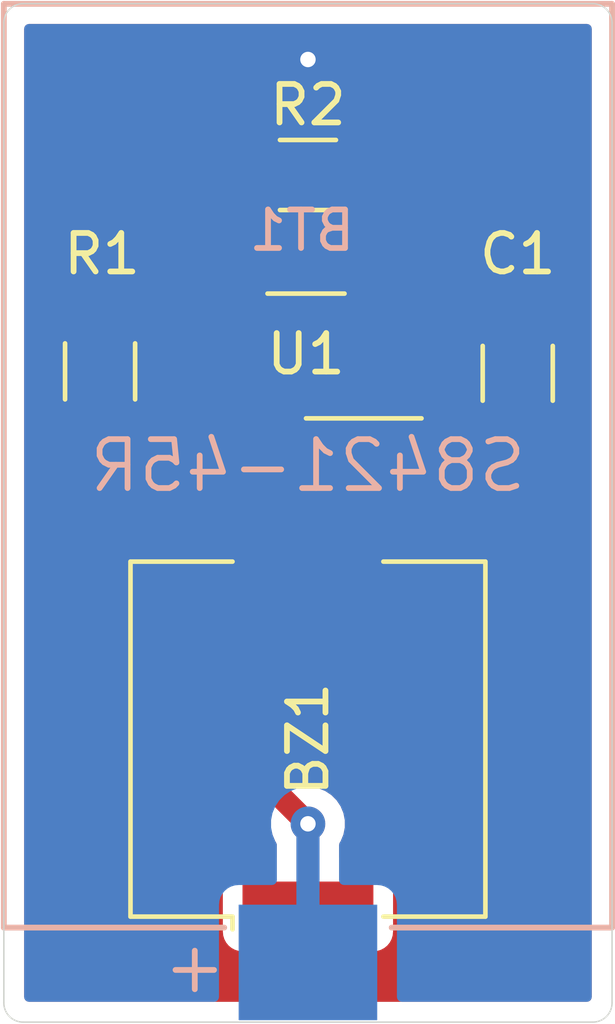
<source format=kicad_pcb>
(kicad_pcb (version 20171130) (host pcbnew 5.1.9)

  (general
    (thickness 1.6)
    (drawings 8)
    (tracks 35)
    (zones 0)
    (modules 6)
    (nets 6)
  )

  (page A4)
  (layers
    (0 F.Cu signal)
    (31 B.Cu signal)
    (32 B.Adhes user)
    (33 F.Adhes user)
    (34 B.Paste user)
    (35 F.Paste user)
    (36 B.SilkS user)
    (37 F.SilkS user)
    (38 B.Mask user)
    (39 F.Mask user)
    (40 Dwgs.User user)
    (41 Cmts.User user)
    (42 Eco1.User user)
    (43 Eco2.User user)
    (44 Edge.Cuts user)
    (45 Margin user)
    (46 B.CrtYd user)
    (47 F.CrtYd user)
    (48 B.Fab user)
    (49 F.Fab user)
  )

  (setup
    (last_trace_width 0.127)
    (user_trace_width 0.15)
    (user_trace_width 0.2)
    (user_trace_width 0.4)
    (user_trace_width 0.6)
    (trace_clearance 0.127)
    (zone_clearance 0.508)
    (zone_45_only no)
    (trace_min 0.127)
    (via_size 0.6)
    (via_drill 0.3)
    (via_min_size 0.6)
    (via_min_drill 0.3)
    (user_via 0.6 0.3)
    (user_via 0.9 0.4)
    (uvia_size 0.6858)
    (uvia_drill 0.3302)
    (uvias_allowed no)
    (uvia_min_size 0.2)
    (uvia_min_drill 0.1)
    (edge_width 0.0381)
    (segment_width 0.254)
    (pcb_text_width 0.3048)
    (pcb_text_size 1.524 1.524)
    (mod_edge_width 0.1524)
    (mod_text_size 0.8128 0.8128)
    (mod_text_width 0.1524)
    (pad_size 1.524 1.524)
    (pad_drill 0.762)
    (pad_to_mask_clearance 0)
    (solder_mask_min_width 0.12)
    (aux_axis_origin 0 0)
    (visible_elements FFFFFF7F)
    (pcbplotparams
      (layerselection 0x010fc_ffffffff)
      (usegerberextensions false)
      (usegerberattributes true)
      (usegerberadvancedattributes true)
      (creategerberjobfile true)
      (excludeedgelayer true)
      (linewidth 0.100000)
      (plotframeref false)
      (viasonmask false)
      (mode 1)
      (useauxorigin false)
      (hpglpennumber 1)
      (hpglpenspeed 20)
      (hpglpendiameter 15.000000)
      (psnegative false)
      (psa4output false)
      (plotreference true)
      (plotvalue true)
      (plotinvisibletext false)
      (padsonsilk false)
      (subtractmaskfromsilk false)
      (outputformat 1)
      (mirror false)
      (drillshape 1)
      (scaleselection 1)
      (outputdirectory ""))
  )

  (net 0 "")
  (net 1 GND)
  (net 2 "Net-(BZ1-Pad2)")
  (net 3 "Net-(C1-Pad1)")
  (net 4 "Net-(R1-Pad2)")
  (net 5 /VCC)

  (net_class Default "This is the default net class."
    (clearance 0.127)
    (trace_width 0.127)
    (via_dia 0.6)
    (via_drill 0.3)
    (uvia_dia 0.6858)
    (uvia_drill 0.3302)
    (diff_pair_width 0.1524)
    (diff_pair_gap 0.254)
    (add_net /VCC)
    (add_net GND)
    (add_net "Net-(BZ1-Pad2)")
    (add_net "Net-(C1-Pad1)")
    (add_net "Net-(R1-Pad2)")
    (add_net "Net-(U1-Pad5)")
  )

  (module BatteryHolder:BatteryHolder (layer B.Cu) (tedit 606378F7) (tstamp 60614F5D)
    (at 144 71.85 180)
    (path /60612813)
    (fp_text reference BT1 (at -1.3 6.11) (layer B.SilkS)
      (effects (font (size 1 1) (thickness 0.15)) (justify left mirror))
    )
    (fp_text value S8421-45R (at 0 0) (layer B.SilkS)
      (effects (font (size 1.27 1.27) (thickness 0.15)) (justify mirror))
    )
    (fp_line (start -7.9 -11.995) (end -7.9 11.995) (layer B.Fab) (width 0.15))
    (fp_line (start -7.9 11.995) (end 7.9 11.995) (layer B.Fab) (width 0.15))
    (fp_line (start 7.9 11.995) (end 7.9 -11.995) (layer B.Fab) (width 0.15))
    (fp_line (start 7.9 -11.995) (end -7.9 -11.995) (layer B.Fab) (width 0.15))
    (fp_line (start -7.9 11.995) (end 7.9 11.995) (layer B.SilkS) (width 0.15))
    (fp_line (start 7.9 -11.995) (end 7.9 11.995) (layer B.SilkS) (width 0.15))
    (fp_line (start -7.9 -11.995) (end -2.175 -11.995) (layer B.SilkS) (width 0.15))
    (fp_line (start 2.175 -11.995) (end 7.9 -11.995) (layer B.SilkS) (width 0.15))
    (fp_line (start -7.9 -11.995) (end -7.9 11.995) (layer B.SilkS) (width 0.15))
    (fp_line (start 7.925 12.02) (end 7.925 12.02) (layer B.CrtYd) (width 0.15))
    (fp_line (start 7.925 12.02) (end -7.925 12.02) (layer B.CrtYd) (width 0.15))
    (fp_line (start -7.925 12.02) (end -7.925 -14.425) (layer B.CrtYd) (width 0.15))
    (fp_line (start -7.925 -14.425) (end 7.925 -14.425) (layer B.CrtYd) (width 0.15))
    (fp_line (start 7.925 -14.425) (end 7.925 12.02) (layer B.CrtYd) (width 0.15))
    (fp_line (start 2.44 -13.095) (end 3.44 -13.095) (layer B.SilkS) (width 0.15))
    (fp_line (start 2.94 -12.595) (end 2.94 -13.595) (layer B.SilkS) (width 0.15))
    (pad 2 smd rect (at 0 -12.9 180) (size 3.6 3) (layers B.Cu B.Paste B.Mask)
      (net 5 /VCC))
    (pad 1 smd rect (at 0 8.5 180) (size 2.6 3) (layers B.Cu B.Paste B.Mask)
      (net 1 GND))
    (model eec.models/Harwin_-_S8421-45R.step
      (offset (xyz 0 15.23999977111816 0))
      (scale (xyz 1 1 1))
      (rotate (xyz 0 0 0))
    )
    (model ${KIPRJMOD}/CustomLibs/BatteryHolder/BatteryHolder.models/BatteryHolder.step
      (at (xyz 0 0 0))
      (scale (xyz 1 1 1))
      (rotate (xyz 0 0 0))
    )
  )

  (module Package_SO:VSSOP-8_3.0x3.0mm_P0.65mm (layer F.Cu) (tedit 5A02F25C) (tstamp 60614F1A)
    (at 143.95 69 180)
    (descr "VSSOP-8 3.0 x 3.0, http://www.ti.com/lit/ds/symlink/lm75b.pdf")
    (tags "VSSOP-8 3.0 x 3.0")
    (path /6060ECE1)
    (attr smd)
    (fp_text reference U1 (at 0 0.05) (layer F.SilkS)
      (effects (font (size 1 1) (thickness 0.15)))
    )
    (fp_text value TLC555xPS (at 0.02 2.73) (layer F.Fab) hide
      (effects (font (size 1 1) (thickness 0.15)))
    )
    (fp_line (start 1.5 -1.5) (end 1.5 1.5) (layer F.Fab) (width 0.1))
    (fp_line (start 1.5 1.5) (end -1.5 1.5) (layer F.Fab) (width 0.1))
    (fp_line (start -1.5 1.5) (end -1.5 -0.5) (layer F.Fab) (width 0.1))
    (fp_line (start -0.5 -1.5) (end 1.5 -1.5) (layer F.Fab) (width 0.1))
    (fp_line (start -0.5 -1.5) (end -1.5 -0.5) (layer F.Fab) (width 0.1))
    (fp_line (start 0 -1.62) (end -3 -1.62) (layer F.SilkS) (width 0.12))
    (fp_line (start 1 1.62) (end -1 1.62) (layer F.SilkS) (width 0.12))
    (fp_line (start 3.48 -1.75) (end 3.48 1.75) (layer F.CrtYd) (width 0.05))
    (fp_line (start 3.48 1.75) (end -3.48 1.75) (layer F.CrtYd) (width 0.05))
    (fp_line (start -3.48 1.75) (end -3.48 -1.75) (layer F.CrtYd) (width 0.05))
    (fp_line (start -3.48 -1.75) (end 3.48 -1.75) (layer F.CrtYd) (width 0.05))
    (fp_text user %R (at 0 0) (layer F.Fab)
      (effects (font (size 0.5 0.5) (thickness 0.1)))
    )
    (pad 8 smd rect (at 2.2 -0.975 90) (size 0.45 1.45) (layers F.Cu F.Paste F.Mask)
      (net 5 /VCC))
    (pad 7 smd rect (at 2.2 -0.325 90) (size 0.45 1.45) (layers F.Cu F.Paste F.Mask)
      (net 4 "Net-(R1-Pad2)"))
    (pad 6 smd rect (at 2.2 0.325 90) (size 0.45 1.45) (layers F.Cu F.Paste F.Mask)
      (net 3 "Net-(C1-Pad1)"))
    (pad 5 smd rect (at 2.2 0.975 90) (size 0.45 1.45) (layers F.Cu F.Paste F.Mask))
    (pad 4 smd rect (at -2.2 0.975 90) (size 0.45 1.45) (layers F.Cu F.Paste F.Mask)
      (net 5 /VCC))
    (pad 3 smd rect (at -2.2 0.325 90) (size 0.45 1.45) (layers F.Cu F.Paste F.Mask)
      (net 2 "Net-(BZ1-Pad2)"))
    (pad 2 smd rect (at -2.2 -0.325 90) (size 0.45 1.45) (layers F.Cu F.Paste F.Mask)
      (net 3 "Net-(C1-Pad1)"))
    (pad 1 smd rect (at -2.2 -0.975 90) (size 0.45 1.45) (layers F.Cu F.Paste F.Mask)
      (net 1 GND))
    (model ${KISYS3DMOD}/Package_SO.3dshapes/VSSOP-8_3.0x3.0mm_P0.65mm.wrl
      (at (xyz 0 0 0))
      (scale (xyz 1 1 1))
      (rotate (xyz 0 0 0))
    )
  )

  (module Resistor_SMD:R_1206_3216Metric_Pad1.30x1.75mm_HandSolder (layer F.Cu) (tedit 5F68FEEE) (tstamp 60614BFE)
    (at 144 64.3)
    (descr "Resistor SMD 1206 (3216 Metric), square (rectangular) end terminal, IPC_7351 nominal with elongated pad for handsoldering. (Body size source: IPC-SM-782 page 72, https://www.pcb-3d.com/wordpress/wp-content/uploads/ipc-sm-782a_amendment_1_and_2.pdf), generated with kicad-footprint-generator")
    (tags "resistor handsolder")
    (path /60616720)
    (attr smd)
    (fp_text reference R2 (at 0 -1.82) (layer F.SilkS)
      (effects (font (size 1 1) (thickness 0.15)))
    )
    (fp_text value "1 kOhm" (at 0 1.82) (layer F.Fab) hide
      (effects (font (size 1 1) (thickness 0.15)))
    )
    (fp_line (start 2.45 1.12) (end -2.45 1.12) (layer F.CrtYd) (width 0.05))
    (fp_line (start 2.45 -1.12) (end 2.45 1.12) (layer F.CrtYd) (width 0.05))
    (fp_line (start -2.45 -1.12) (end 2.45 -1.12) (layer F.CrtYd) (width 0.05))
    (fp_line (start -2.45 1.12) (end -2.45 -1.12) (layer F.CrtYd) (width 0.05))
    (fp_line (start -0.727064 0.91) (end 0.727064 0.91) (layer F.SilkS) (width 0.12))
    (fp_line (start -0.727064 -0.91) (end 0.727064 -0.91) (layer F.SilkS) (width 0.12))
    (fp_line (start 1.6 0.8) (end -1.6 0.8) (layer F.Fab) (width 0.1))
    (fp_line (start 1.6 -0.8) (end 1.6 0.8) (layer F.Fab) (width 0.1))
    (fp_line (start -1.6 -0.8) (end 1.6 -0.8) (layer F.Fab) (width 0.1))
    (fp_line (start -1.6 0.8) (end -1.6 -0.8) (layer F.Fab) (width 0.1))
    (fp_text user %R (at 0 0) (layer F.Fab)
      (effects (font (size 0.8 0.8) (thickness 0.12)))
    )
    (pad 2 smd roundrect (at 1.55 0) (size 1.3 1.75) (layers F.Cu F.Paste F.Mask) (roundrect_rratio 0.192308)
      (net 3 "Net-(C1-Pad1)"))
    (pad 1 smd roundrect (at -1.55 0) (size 1.3 1.75) (layers F.Cu F.Paste F.Mask) (roundrect_rratio 0.192308)
      (net 4 "Net-(R1-Pad2)"))
    (model ${KISYS3DMOD}/Resistor_SMD.3dshapes/R_1206_3216Metric.wrl
      (at (xyz 0 0 0))
      (scale (xyz 1 1 1))
      (rotate (xyz 0 0 0))
    )
  )

  (module Resistor_SMD:R_1206_3216Metric_Pad1.30x1.75mm_HandSolder (layer F.Cu) (tedit 5F68FEEE) (tstamp 60615463)
    (at 138.6 69.4 90)
    (descr "Resistor SMD 1206 (3216 Metric), square (rectangular) end terminal, IPC_7351 nominal with elongated pad for handsoldering. (Body size source: IPC-SM-782 page 72, https://www.pcb-3d.com/wordpress/wp-content/uploads/ipc-sm-782a_amendment_1_and_2.pdf), generated with kicad-footprint-generator")
    (tags "resistor handsolder")
    (path /60614833)
    (attr smd)
    (fp_text reference R1 (at 3.05 0.05 180) (layer F.SilkS)
      (effects (font (size 1 1) (thickness 0.15)))
    )
    (fp_text value "4.7 MOhm" (at 0 1.82 90) (layer F.Fab) hide
      (effects (font (size 1 1) (thickness 0.15)))
    )
    (fp_line (start 2.45 1.12) (end -2.45 1.12) (layer F.CrtYd) (width 0.05))
    (fp_line (start 2.45 -1.12) (end 2.45 1.12) (layer F.CrtYd) (width 0.05))
    (fp_line (start -2.45 -1.12) (end 2.45 -1.12) (layer F.CrtYd) (width 0.05))
    (fp_line (start -2.45 1.12) (end -2.45 -1.12) (layer F.CrtYd) (width 0.05))
    (fp_line (start -0.727064 0.91) (end 0.727064 0.91) (layer F.SilkS) (width 0.12))
    (fp_line (start -0.727064 -0.91) (end 0.727064 -0.91) (layer F.SilkS) (width 0.12))
    (fp_line (start 1.6 0.8) (end -1.6 0.8) (layer F.Fab) (width 0.1))
    (fp_line (start 1.6 -0.8) (end 1.6 0.8) (layer F.Fab) (width 0.1))
    (fp_line (start -1.6 -0.8) (end 1.6 -0.8) (layer F.Fab) (width 0.1))
    (fp_line (start -1.6 0.8) (end -1.6 -0.8) (layer F.Fab) (width 0.1))
    (fp_text user %R (at 0 0 90) (layer F.Fab)
      (effects (font (size 0.8 0.8) (thickness 0.12)))
    )
    (pad 2 smd roundrect (at 1.55 0 90) (size 1.3 1.75) (layers F.Cu F.Paste F.Mask) (roundrect_rratio 0.192308)
      (net 4 "Net-(R1-Pad2)"))
    (pad 1 smd roundrect (at -1.55 0 90) (size 1.3 1.75) (layers F.Cu F.Paste F.Mask) (roundrect_rratio 0.192308)
      (net 5 /VCC))
    (model ${KISYS3DMOD}/Resistor_SMD.3dshapes/R_1206_3216Metric.wrl
      (at (xyz 0 0 0))
      (scale (xyz 1 1 1))
      (rotate (xyz 0 0 0))
    )
  )

  (module Capacitor_SMD:C_1206_3216Metric_Pad1.33x1.80mm_HandSolder (layer F.Cu) (tedit 5F68FEEF) (tstamp 60614BDC)
    (at 149.45 69.45 270)
    (descr "Capacitor SMD 1206 (3216 Metric), square (rectangular) end terminal, IPC_7351 nominal with elongated pad for handsoldering. (Body size source: IPC-SM-782 page 76, https://www.pcb-3d.com/wordpress/wp-content/uploads/ipc-sm-782a_amendment_1_and_2.pdf), generated with kicad-footprint-generator")
    (tags "capacitor handsolder")
    (path /60610152)
    (attr smd)
    (fp_text reference C1 (at -3.1 0 180) (layer F.SilkS)
      (effects (font (size 1 1) (thickness 0.15)))
    )
    (fp_text value "100 uF" (at 0 1.85 90) (layer F.Fab) hide
      (effects (font (size 1 1) (thickness 0.15)))
    )
    (fp_line (start 2.48 1.15) (end -2.48 1.15) (layer F.CrtYd) (width 0.05))
    (fp_line (start 2.48 -1.15) (end 2.48 1.15) (layer F.CrtYd) (width 0.05))
    (fp_line (start -2.48 -1.15) (end 2.48 -1.15) (layer F.CrtYd) (width 0.05))
    (fp_line (start -2.48 1.15) (end -2.48 -1.15) (layer F.CrtYd) (width 0.05))
    (fp_line (start -0.711252 0.91) (end 0.711252 0.91) (layer F.SilkS) (width 0.12))
    (fp_line (start -0.711252 -0.91) (end 0.711252 -0.91) (layer F.SilkS) (width 0.12))
    (fp_line (start 1.6 0.8) (end -1.6 0.8) (layer F.Fab) (width 0.1))
    (fp_line (start 1.6 -0.8) (end 1.6 0.8) (layer F.Fab) (width 0.1))
    (fp_line (start -1.6 -0.8) (end 1.6 -0.8) (layer F.Fab) (width 0.1))
    (fp_line (start -1.6 0.8) (end -1.6 -0.8) (layer F.Fab) (width 0.1))
    (fp_text user %R (at 0 0 90) (layer F.Fab)
      (effects (font (size 0.8 0.8) (thickness 0.12)))
    )
    (pad 2 smd roundrect (at 1.5625 0 270) (size 1.325 1.8) (layers F.Cu F.Paste F.Mask) (roundrect_rratio 0.188679)
      (net 1 GND))
    (pad 1 smd roundrect (at -1.5625 0 270) (size 1.325 1.8) (layers F.Cu F.Paste F.Mask) (roundrect_rratio 0.188679)
      (net 3 "Net-(C1-Pad1)"))
    (model ${KISYS3DMOD}/Capacitor_SMD.3dshapes/C_1206_3216Metric.wrl
      (at (xyz 0 0 0))
      (scale (xyz 1 1 1))
      (rotate (xyz 0 0 0))
    )
  )

  (module Buzzer_Beeper:Buzzer_Murata_PKMCS0909E4000-R1 (layer F.Cu) (tedit 5A030281) (tstamp 60637C6E)
    (at 144 78.95 90)
    (descr "Murata Buzzer http://www.murata.com/en-us/api/pdfdownloadapi?cate=&partno=PKMCS0909E4000-R1")
    (tags "Murata Buzzer Beeper")
    (path /6061A6D0)
    (attr smd)
    (fp_text reference BZ1 (at 0 0 90) (layer F.SilkS)
      (effects (font (size 1 1) (thickness 0.15)))
    )
    (fp_text value Buzzer (at 0 5.5 90) (layer F.Fab) hide
      (effects (font (size 1 1) (thickness 0.15)))
    )
    (fp_line (start -4.75 4.75) (end -4.75 1.95) (layer F.CrtYd) (width 0.05))
    (fp_line (start -4.75 1.95) (end -5.25 1.95) (layer F.CrtYd) (width 0.05))
    (fp_line (start -5.25 1.95) (end -5.25 -1.95) (layer F.CrtYd) (width 0.05))
    (fp_line (start -4.75 -1.95) (end -5.25 -1.95) (layer F.CrtYd) (width 0.05))
    (fp_line (start -4.75 -1.95) (end -4.75 -4.75) (layer F.CrtYd) (width 0.05))
    (fp_line (start 4.75 -1.95) (end 5.25 -1.95) (layer F.CrtYd) (width 0.05))
    (fp_line (start 4.75 -1.95) (end 4.75 -4.75) (layer F.CrtYd) (width 0.05))
    (fp_line (start -4.5 4.5) (end -4.5 -3.5) (layer F.Fab) (width 0.1))
    (fp_line (start 4.75 4.75) (end 4.75 1.95) (layer F.CrtYd) (width 0.05))
    (fp_line (start -3.5 -4.5) (end 4.5 -4.5) (layer F.Fab) (width 0.1))
    (fp_line (start 4.5 -4.5) (end 4.5 4.5) (layer F.Fab) (width 0.1))
    (fp_line (start 4.5 4.5) (end -4.5 4.5) (layer F.Fab) (width 0.1))
    (fp_line (start -4.75 -4.75) (end 4.75 -4.75) (layer F.CrtYd) (width 0.05))
    (fp_line (start 4.75 4.75) (end -4.75 4.75) (layer F.CrtYd) (width 0.05))
    (fp_line (start -4.61 -1.96) (end -4.61 -4.61) (layer F.SilkS) (width 0.12))
    (fp_line (start -4.61 -4.61) (end 4.61 -4.61) (layer F.SilkS) (width 0.12))
    (fp_line (start 4.61 -4.61) (end 4.61 -1.96) (layer F.SilkS) (width 0.12))
    (fp_line (start 4.61 1.96) (end 4.61 4.61) (layer F.SilkS) (width 0.12))
    (fp_line (start 4.61 4.61) (end -4.61 4.61) (layer F.SilkS) (width 0.12))
    (fp_line (start -4.61 4.61) (end -4.61 1.96) (layer F.SilkS) (width 0.12))
    (fp_line (start -4.61 -1.96) (end -4.94 -1.96) (layer F.SilkS) (width 0.12))
    (fp_line (start -4.5 -3.5) (end -3.5 -4.5) (layer F.Fab) (width 0.1))
    (fp_line (start 4.75 1.95) (end 5.25 1.95) (layer F.CrtYd) (width 0.05))
    (fp_line (start 5.25 1.95) (end 5.25 -1.95) (layer F.CrtYd) (width 0.05))
    (fp_text user %R (at 0 0 90) (layer F.Fab)
      (effects (font (size 1 1) (thickness 0.15)))
    )
    (pad 2 smd rect (at 4.35 0 90) (size 1.3 3.4) (layers F.Cu F.Paste F.Mask)
      (net 2 "Net-(BZ1-Pad2)"))
    (pad 1 smd rect (at -4.35 0 90) (size 1.3 3.4) (layers F.Cu F.Paste F.Mask)
      (net 5 /VCC))
    (model ${KISYS3DMOD}/Buzzer_Beeper.3dshapes/Buzzer_Murata_PKMCS0909E4000-R1.wrl
      (at (xyz 0 0 0))
      (scale (xyz 1 1 1))
      (rotate (xyz 0 0 0))
    )
  )

  (gr_arc (start 136.6 85.8) (end 136.1 85.8) (angle -90) (layer Edge.Cuts) (width 0.0381) (tstamp 6061503B))
  (gr_arc (start 151.4 85.8) (end 151.4 86.3) (angle -90) (layer Edge.Cuts) (width 0.0381) (tstamp 6061503B))
  (gr_arc (start 151.4 60.35) (end 151.9 60.35) (angle -90) (layer Edge.Cuts) (width 0.0381) (tstamp 6061503B))
  (gr_arc (start 136.6 60.35) (end 136.6 59.85) (angle -90) (layer Edge.Cuts) (width 0.0381))
  (gr_line (start 136.1 85.8) (end 136.1 60.35) (layer Edge.Cuts) (width 0.0381) (tstamp 60615015))
  (gr_line (start 151.4 86.3) (end 136.6 86.3) (layer Edge.Cuts) (width 0.0381))
  (gr_line (start 151.9 60.35) (end 151.9 85.8) (layer Edge.Cuts) (width 0.0381))
  (gr_line (start 136.6 59.85) (end 151.4 59.85) (layer Edge.Cuts) (width 0.0381))

  (via (at 144 61.3) (size 0.9) (drill 0.4) (layers F.Cu B.Cu) (net 1))
  (segment (start 144 63.35) (end 144 60.9) (width 0.4) (layer B.Cu) (net 1))
  (segment (start 146.15 69.975) (end 146.15 70.5) (width 0.4) (layer F.Cu) (net 1))
  (segment (start 146.6625 71.0125) (end 149.45 71.0125) (width 0.4) (layer F.Cu) (net 1))
  (segment (start 146.15 70.5) (end 146.6625 71.0125) (width 0.4) (layer F.Cu) (net 1))
  (segment (start 145.356702 68.675) (end 144.00402 70.027682) (width 0.4) (layer F.Cu) (net 2))
  (segment (start 146.15 68.675) (end 145.356702 68.675) (width 0.4) (layer F.Cu) (net 2))
  (segment (start 144.00402 74.59598) (end 144 74.6) (width 0.4) (layer F.Cu) (net 2))
  (segment (start 144.00402 70.027682) (end 144.00402 74.59598) (width 0.4) (layer F.Cu) (net 2))
  (segment (start 149.685499 67.472999) (end 150.1 67.8875) (width 0.4) (layer F.Cu) (net 3))
  (segment (start 143.866094 68.675) (end 145.068095 67.472999) (width 0.4) (layer F.Cu) (net 3))
  (segment (start 141.75 68.675) (end 143.866094 68.675) (width 0.4) (layer F.Cu) (net 3))
  (segment (start 149.035499 67.472999) (end 149.45 67.8875) (width 0.4) (layer F.Cu) (net 3))
  (segment (start 145.068095 67.472999) (end 149.035499 67.472999) (width 0.4) (layer F.Cu) (net 3))
  (segment (start 148.0125 69.325) (end 149.45 67.8875) (width 0.4) (layer F.Cu) (net 3))
  (segment (start 146.15 69.325) (end 148.0125 69.325) (width 0.4) (layer F.Cu) (net 3))
  (segment (start 145.55 66.991094) (end 145.068095 67.472999) (width 0.4) (layer F.Cu) (net 3))
  (segment (start 145.55 64.3) (end 145.55 66.991094) (width 0.4) (layer F.Cu) (net 3))
  (segment (start 140.075 69.325) (end 141.75 69.325) (width 0.4) (layer F.Cu) (net 4))
  (segment (start 138.6 67.85) (end 140.075 69.325) (width 0.4) (layer F.Cu) (net 4))
  (segment (start 142.45 64.3) (end 140.3 64.3) (width 0.4) (layer F.Cu) (net 4))
  (segment (start 138.6 66) (end 138.6 67.85) (width 0.4) (layer F.Cu) (net 4))
  (segment (start 140.3 64.3) (end 138.6 66) (width 0.4) (layer F.Cu) (net 4))
  (segment (start 145.261398 68.025) (end 146.15 68.025) (width 0.4) (layer F.Cu) (net 5))
  (segment (start 143.311398 69.975) (end 145.261398 68.025) (width 0.4) (layer F.Cu) (net 5))
  (segment (start 141.75 69.975) (end 143.311398 69.975) (width 0.4) (layer F.Cu) (net 5))
  (via (at 144 81.15) (size 0.9) (drill 0.4) (layers F.Cu B.Cu) (net 5))
  (segment (start 144 83.3) (end 144 81.15) (width 0.6) (layer F.Cu) (net 5))
  (segment (start 144 81.15) (end 144 84.75) (width 0.6) (layer B.Cu) (net 5))
  (segment (start 143.47299 69.813408) (end 145.261398 68.025) (width 0.4) (layer F.Cu) (net 5))
  (segment (start 141.872999 79.022999) (end 144 81.15) (width 0.6) (layer F.Cu) (net 5))
  (segment (start 138.6 75.75) (end 141.872999 79.022999) (width 0.6) (layer F.Cu) (net 5))
  (segment (start 138.6 70.95) (end 138.6 75.75) (width 0.6) (layer F.Cu) (net 5))
  (segment (start 139.575 69.975) (end 138.6 70.95) (width 0.4) (layer F.Cu) (net 5))
  (segment (start 141.75 69.975) (end 139.575 69.975) (width 0.4) (layer F.Cu) (net 5))

  (zone (net 1) (net_name GND) (layer F.Cu) (tstamp 6063774E) (hatch edge 0.508)
    (connect_pads yes (clearance 0.508))
    (min_thickness 0.254)
    (fill yes (arc_segments 32) (thermal_gap 0.508) (thermal_bridge_width 0.508))
    (polygon
      (pts
        (xy 151.9 86.3) (xy 136.1 86.3) (xy 136.1 59.85) (xy 151.9 59.85)
      )
    )
    (filled_polygon
      (pts
        (xy 151.245951 85.64595) (xy 136.75405 85.64595) (xy 136.75405 67.45) (xy 137.086928 67.45) (xy 137.086928 68.25)
        (xy 137.103992 68.423254) (xy 137.154528 68.58985) (xy 137.236595 68.743386) (xy 137.347038 68.877962) (xy 137.481614 68.988405)
        (xy 137.63515 69.070472) (xy 137.801746 69.121008) (xy 137.975 69.138072) (xy 138.707205 69.138072) (xy 138.967795 69.398663)
        (xy 138.955561 69.413571) (xy 138.707204 69.661928) (xy 137.975 69.661928) (xy 137.801746 69.678992) (xy 137.63515 69.729528)
        (xy 137.481614 69.811595) (xy 137.347038 69.922038) (xy 137.236595 70.056614) (xy 137.154528 70.21015) (xy 137.103992 70.376746)
        (xy 137.086928 70.55) (xy 137.086928 71.35) (xy 137.103992 71.523254) (xy 137.154528 71.68985) (xy 137.236595 71.843386)
        (xy 137.347038 71.977962) (xy 137.481614 72.088405) (xy 137.63515 72.170472) (xy 137.665 72.179527) (xy 137.665001 75.704058)
        (xy 137.660476 75.75) (xy 137.678529 75.933291) (xy 137.731994 76.10954) (xy 137.818815 76.271972) (xy 137.935657 76.414344)
        (xy 137.971336 76.443625) (xy 142.947385 81.419674) (xy 142.956696 81.466483) (xy 143.038485 81.66394) (xy 143.065001 81.703624)
        (xy 143.065001 82.011928) (xy 142.3 82.011928) (xy 142.175518 82.024188) (xy 142.05582 82.060498) (xy 141.945506 82.119463)
        (xy 141.848815 82.198815) (xy 141.769463 82.295506) (xy 141.710498 82.40582) (xy 141.674188 82.525518) (xy 141.661928 82.65)
        (xy 141.661928 83.95) (xy 141.674188 84.074482) (xy 141.710498 84.19418) (xy 141.769463 84.304494) (xy 141.848815 84.401185)
        (xy 141.945506 84.480537) (xy 142.05582 84.539502) (xy 142.175518 84.575812) (xy 142.3 84.588072) (xy 145.7 84.588072)
        (xy 145.824482 84.575812) (xy 145.94418 84.539502) (xy 146.054494 84.480537) (xy 146.151185 84.401185) (xy 146.230537 84.304494)
        (xy 146.289502 84.19418) (xy 146.325812 84.074482) (xy 146.338072 83.95) (xy 146.338072 82.65) (xy 146.325812 82.525518)
        (xy 146.289502 82.40582) (xy 146.230537 82.295506) (xy 146.151185 82.198815) (xy 146.054494 82.119463) (xy 145.94418 82.060498)
        (xy 145.824482 82.024188) (xy 145.7 82.011928) (xy 144.935 82.011928) (xy 144.935 81.703623) (xy 144.961515 81.66394)
        (xy 145.043304 81.466483) (xy 145.085 81.256863) (xy 145.085 81.043137) (xy 145.043304 80.833517) (xy 144.961515 80.63606)
        (xy 144.842775 80.458353) (xy 144.691647 80.307225) (xy 144.51394 80.188485) (xy 144.316483 80.106696) (xy 144.269674 80.097385)
        (xy 139.535 75.362711) (xy 139.535 72.179527) (xy 139.56485 72.170472) (xy 139.718386 72.088405) (xy 139.852962 71.977962)
        (xy 139.963405 71.843386) (xy 140.045472 71.68985) (xy 140.096008 71.523254) (xy 140.113072 71.35) (xy 140.113072 70.81)
        (xy 140.848393 70.81) (xy 140.900518 70.825812) (xy 141.025 70.838072) (xy 142.475 70.838072) (xy 142.599482 70.825812)
        (xy 142.651607 70.81) (xy 143.16902 70.81) (xy 143.169021 73.311928) (xy 142.3 73.311928) (xy 142.175518 73.324188)
        (xy 142.05582 73.360498) (xy 141.945506 73.419463) (xy 141.848815 73.498815) (xy 141.769463 73.595506) (xy 141.710498 73.70582)
        (xy 141.674188 73.825518) (xy 141.661928 73.95) (xy 141.661928 75.25) (xy 141.674188 75.374482) (xy 141.710498 75.49418)
        (xy 141.769463 75.604494) (xy 141.848815 75.701185) (xy 141.945506 75.780537) (xy 142.05582 75.839502) (xy 142.175518 75.875812)
        (xy 142.3 75.888072) (xy 145.7 75.888072) (xy 145.824482 75.875812) (xy 145.94418 75.839502) (xy 146.054494 75.780537)
        (xy 146.151185 75.701185) (xy 146.230537 75.604494) (xy 146.289502 75.49418) (xy 146.325812 75.374482) (xy 146.338072 75.25)
        (xy 146.338072 73.95) (xy 146.325812 73.825518) (xy 146.289502 73.70582) (xy 146.230537 73.595506) (xy 146.151185 73.498815)
        (xy 146.054494 73.419463) (xy 145.94418 73.360498) (xy 145.824482 73.324188) (xy 145.7 73.311928) (xy 144.83902 73.311928)
        (xy 144.83902 70.373549) (xy 145.110601 70.101969) (xy 145.18082 70.139502) (xy 145.300518 70.175812) (xy 145.425 70.188072)
        (xy 146.875 70.188072) (xy 146.999482 70.175812) (xy 147.051607 70.16) (xy 147.971482 70.16) (xy 148.0125 70.16404)
        (xy 148.053518 70.16) (xy 148.053519 70.16) (xy 148.176189 70.147918) (xy 148.333587 70.100172) (xy 148.478646 70.022636)
        (xy 148.605791 69.918291) (xy 148.631946 69.886421) (xy 149.330296 69.188072) (xy 150.100001 69.188072) (xy 150.273255 69.171008)
        (xy 150.439851 69.120472) (xy 150.593387 69.038405) (xy 150.727962 68.927962) (xy 150.838405 68.793387) (xy 150.920472 68.639851)
        (xy 150.971008 68.473255) (xy 150.988072 68.300001) (xy 150.988072 67.474999) (xy 150.971008 67.301745) (xy 150.920472 67.135149)
        (xy 150.838405 66.981613) (xy 150.727962 66.847038) (xy 150.593387 66.736595) (xy 150.439851 66.654528) (xy 150.273255 66.603992)
        (xy 150.100001 66.586928) (xy 148.799999 66.586928) (xy 148.626745 66.603992) (xy 148.514638 66.637999) (xy 146.385 66.637999)
        (xy 146.385 65.694613) (xy 146.443386 65.663405) (xy 146.577962 65.552962) (xy 146.688405 65.418386) (xy 146.770472 65.26485)
        (xy 146.821008 65.098254) (xy 146.838072 64.925) (xy 146.838072 63.675) (xy 146.821008 63.501746) (xy 146.770472 63.33515)
        (xy 146.688405 63.181614) (xy 146.577962 63.047038) (xy 146.443386 62.936595) (xy 146.28985 62.854528) (xy 146.123254 62.803992)
        (xy 145.95 62.786928) (xy 145.15 62.786928) (xy 144.976746 62.803992) (xy 144.81015 62.854528) (xy 144.656614 62.936595)
        (xy 144.522038 63.047038) (xy 144.411595 63.181614) (xy 144.329528 63.33515) (xy 144.278992 63.501746) (xy 144.261928 63.675)
        (xy 144.261928 64.925) (xy 144.278992 65.098254) (xy 144.329528 65.26485) (xy 144.411595 65.418386) (xy 144.522038 65.552962)
        (xy 144.656614 65.663405) (xy 144.715001 65.694613) (xy 144.715001 66.645226) (xy 144.506673 66.853554) (xy 144.474804 66.879708)
        (xy 144.448656 66.91157) (xy 143.520227 67.84) (xy 143.113072 67.84) (xy 143.113072 67.8) (xy 143.100812 67.675518)
        (xy 143.064502 67.55582) (xy 143.005537 67.445506) (xy 142.926185 67.348815) (xy 142.829494 67.269463) (xy 142.71918 67.210498)
        (xy 142.599482 67.174188) (xy 142.475 67.161928) (xy 141.025 67.161928) (xy 140.900518 67.174188) (xy 140.78082 67.210498)
        (xy 140.670506 67.269463) (xy 140.573815 67.348815) (xy 140.494463 67.445506) (xy 140.435498 67.55582) (xy 140.399188 67.675518)
        (xy 140.386928 67.8) (xy 140.386928 68.25) (xy 140.396777 68.35) (xy 140.386928 68.45) (xy 140.386928 68.45606)
        (xy 140.113072 68.182204) (xy 140.113072 67.45) (xy 140.096008 67.276746) (xy 140.045472 67.11015) (xy 139.963405 66.956614)
        (xy 139.852962 66.822038) (xy 139.718386 66.711595) (xy 139.56485 66.629528) (xy 139.435 66.590139) (xy 139.435 66.345867)
        (xy 140.645868 65.135) (xy 141.190139 65.135) (xy 141.229528 65.26485) (xy 141.311595 65.418386) (xy 141.422038 65.552962)
        (xy 141.556614 65.663405) (xy 141.71015 65.745472) (xy 141.876746 65.796008) (xy 142.05 65.813072) (xy 142.85 65.813072)
        (xy 143.023254 65.796008) (xy 143.18985 65.745472) (xy 143.343386 65.663405) (xy 143.477962 65.552962) (xy 143.588405 65.418386)
        (xy 143.670472 65.26485) (xy 143.721008 65.098254) (xy 143.738072 64.925) (xy 143.738072 63.675) (xy 143.721008 63.501746)
        (xy 143.670472 63.33515) (xy 143.588405 63.181614) (xy 143.477962 63.047038) (xy 143.343386 62.936595) (xy 143.18985 62.854528)
        (xy 143.023254 62.803992) (xy 142.85 62.786928) (xy 142.05 62.786928) (xy 141.876746 62.803992) (xy 141.71015 62.854528)
        (xy 141.556614 62.936595) (xy 141.422038 63.047038) (xy 141.311595 63.181614) (xy 141.229528 63.33515) (xy 141.190139 63.465)
        (xy 140.341018 63.465) (xy 140.299999 63.46096) (xy 140.258981 63.465) (xy 140.136311 63.477082) (xy 139.978913 63.524828)
        (xy 139.833854 63.602364) (xy 139.706709 63.706709) (xy 139.680559 63.738574) (xy 138.038579 65.380554) (xy 138.006709 65.406709)
        (xy 137.902365 65.533854) (xy 137.902364 65.533855) (xy 137.824828 65.678914) (xy 137.777082 65.836312) (xy 137.76096 66)
        (xy 137.765 66.041019) (xy 137.765 66.590139) (xy 137.63515 66.629528) (xy 137.481614 66.711595) (xy 137.347038 66.822038)
        (xy 137.236595 66.956614) (xy 137.154528 67.11015) (xy 137.103992 67.276746) (xy 137.086928 67.45) (xy 136.75405 67.45)
        (xy 136.75405 60.50405) (xy 151.24595 60.50405)
      )
    )
  )
  (zone (net 1) (net_name GND) (layer B.Cu) (tstamp 6063774B) (hatch edge 0.508)
    (connect_pads yes (clearance 0.508))
    (min_thickness 0.254)
    (fill yes (arc_segments 32) (thermal_gap 0.508) (thermal_bridge_width 0.508))
    (polygon
      (pts
        (xy 151.9 86.3) (xy 136.1 86.3) (xy 136.1 59.85) (xy 151.9 59.85)
      )
    )
    (filled_polygon
      (pts
        (xy 151.245951 85.64595) (xy 146.438072 85.64595) (xy 146.438072 83.25) (xy 146.425812 83.125518) (xy 146.389502 83.00582)
        (xy 146.330537 82.895506) (xy 146.251185 82.798815) (xy 146.154494 82.719463) (xy 146.04418 82.660498) (xy 145.924482 82.624188)
        (xy 145.8 82.611928) (xy 144.935 82.611928) (xy 144.935 81.703623) (xy 144.961515 81.66394) (xy 145.043304 81.466483)
        (xy 145.085 81.256863) (xy 145.085 81.043137) (xy 145.043304 80.833517) (xy 144.961515 80.63606) (xy 144.842775 80.458353)
        (xy 144.691647 80.307225) (xy 144.51394 80.188485) (xy 144.316483 80.106696) (xy 144.106863 80.065) (xy 143.893137 80.065)
        (xy 143.683517 80.106696) (xy 143.48606 80.188485) (xy 143.308353 80.307225) (xy 143.157225 80.458353) (xy 143.038485 80.63606)
        (xy 142.956696 80.833517) (xy 142.915 81.043137) (xy 142.915 81.256863) (xy 142.956696 81.466483) (xy 143.038485 81.66394)
        (xy 143.065 81.703623) (xy 143.065 82.611928) (xy 142.2 82.611928) (xy 142.075518 82.624188) (xy 141.95582 82.660498)
        (xy 141.845506 82.719463) (xy 141.748815 82.798815) (xy 141.669463 82.895506) (xy 141.610498 83.00582) (xy 141.574188 83.125518)
        (xy 141.561928 83.25) (xy 141.561928 85.64595) (xy 136.75405 85.64595) (xy 136.75405 60.50405) (xy 151.24595 60.50405)
      )
    )
  )
)

</source>
